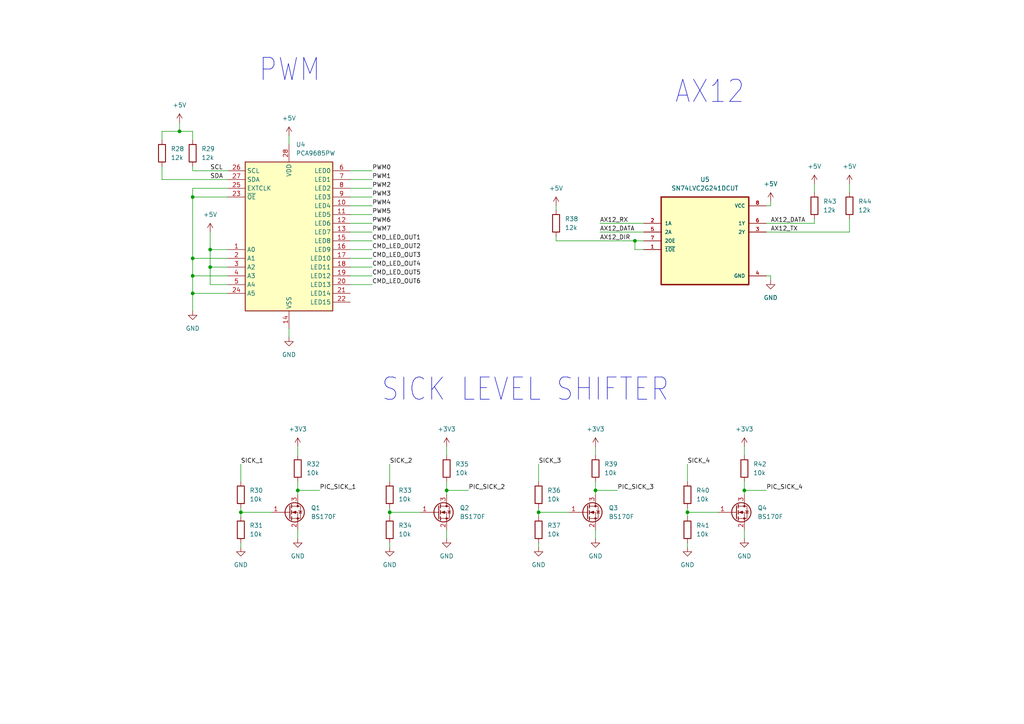
<source format=kicad_sch>
(kicad_sch (version 20211123) (generator eeschema)
  (paper "A4")
  (title_block (title "Carte Actionneur") (date "2022-03-20") (rev "V4.1") (company "AstroMonkeys"))
  (lib_symbols
    (symbol "Device:R" (pin_numbers hide) (pin_names (offset 0))
      (property "Reference" "R" (at 2.032 0 90))
      (property "Value" "R" (at 0 0 90))
      (symbol "R_0_1"
        (rectangle (start -1.016 -2.54) (end 1.016 2.54) (stroke (width 0.254)))
      )
      (symbol "R_1_1"
        (pin passive line (at 0 3.81 270) (length 1.27) (name "~") (number "1"))
        (pin passive line (at 0 -3.81 90) (length 1.27) (name "~") (number "2"))
      )
    )
    (symbol "Driver_LED:PCA9685PW"
      (property "Reference" "U" (at -12.7 22.225 0))
      (property "Value" "PCA9685PW" (at 1.27 22.225 0))
      (symbol "PCA9685PW_0_1"
        (rectangle (start -12.7 20.32) (end 12.7 -22.86) (stroke (width 0.254)) (fill (type background)))
      )
      (symbol "PCA9685PW_1_1"
        (pin input line (at -17.78 -5.08 0) (length 5.08) (name "A0") (number "1"))
        (pin output line (at 17.78 7.62 180) (length 5.08) (name "LED4") (number "10"))
        (pin output line (at 17.78 5.08 180) (length 5.08) (name "LED5") (number "11"))
        (pin output line (at 17.78 2.54 180) (length 5.08) (name "LED6") (number "12"))
        (pin output line (at 17.78 0 180) (length 5.08) (name "LED7") (number "13"))
        (pin power_in line (at 0 -27.94 90) (length 5.08) (name "VSS") (number "14"))
        (pin output line (at 17.78 -2.54 180) (length 5.08) (name "LED8") (number "15"))
        (pin output line (at 17.78 -5.08 180) (length 5.08) (name "LED9") (number "16"))
        (pin output line (at 17.78 -7.62 180) (length 5.08) (name "LED10") (number "17"))
        (pin output line (at 17.78 -10.16 180) (length 5.08) (name "LED11") (number "18"))
        (pin output line (at 17.78 -12.7 180) (length 5.08) (name "LED12") (number "19"))
        (pin input line (at -17.78 -7.62 0) (length 5.08) (name "A1") (number "2"))
        (pin output line (at 17.78 -15.24 180) (length 5.08) (name "LED13") (number "20"))
        (pin output line (at 17.78 -17.78 180) (length 5.08) (name "LED14") (number "21"))
        (pin output line (at 17.78 -20.32 180) (length 5.08) (name "LED15") (number "22"))
        (pin input line (at -17.78 10.16 0) (length 5.08) (name "~{OE}") (number "23"))
        (pin input line (at -17.78 -17.78 0) (length 5.08) (name "A5") (number "24"))
        (pin input line (at -17.78 12.7 0) (length 5.08) (name "EXTCLK") (number "25"))
        (pin input line (at -17.78 17.78 0) (length 5.08) (name "SCL") (number "26"))
        (pin bidirectional line (at -17.78 15.24 0) (length 5.08) (name "SDA") (number "27"))
        (pin power_in line (at 0 25.4 270) (length 5.08) (name "VDD") (number "28"))
        (pin input line (at -17.78 -10.16 0) (length 5.08) (name "A2") (number "3"))
        (pin input line (at -17.78 -12.7 0) (length 5.08) (name "A3") (number "4"))
        (pin input line (at -17.78 -15.24 0) (length 5.08) (name "A4") (number "5"))
        (pin output line (at 17.78 17.78 180) (length 5.08) (name "LED0") (number "6"))
        (pin output line (at 17.78 15.24 180) (length 5.08) (name "LED1") (number "7"))
        (pin output line (at 17.78 12.7 180) (length 5.08) (name "LED2") (number "8"))
        (pin output line (at 17.78 10.16 180) (length 5.08) (name "LED3") (number "9"))
      )
    )
    (symbol "SN74LVC2G241DCUT:SN74LVC2G241DCUT" (pin_names (offset 1.016))
      (property "Reference" "U" (at -12.7 13.6906 0))
      (property "Value" "SN74LVC2G241DCUT" (at -12.7 -16.6878 0))
      (symbol "SN74LVC2G241DCUT_0_0"
        (rectangle (start -12.7 -12.7) (end 12.7 12.7) (stroke (width 0.4064)) (fill (type background)))
        (pin input line (at -17.78 -2.54 0) (length 5.08) (name "~{1OE}") (number "1"))
        (pin input line (at -17.78 5.08 0) (length 5.08) (name "1A") (number "2"))
        (pin output line (at 17.78 2.54 180) (length 5.08) (name "2Y") (number "3"))
        (pin power_in line (at 17.78 -10.16 180) (length 5.08) (name "GND") (number "4"))
        (pin input line (at -17.78 2.54 0) (length 5.08) (name "2A") (number "5"))
        (pin output line (at 17.78 5.08 180) (length 5.08) (name "1Y") (number "6"))
        (pin input line (at -17.78 0 0) (length 5.08) (name "2OE") (number "7"))
        (pin power_in line (at 17.78 10.16 180) (length 5.08) (name "VCC") (number "8"))
      )
    )
    (symbol "Transistor_FET:BS170F" (pin_names hide)
      (property "Reference" "Q" (at 5.08 1.905 0))
      (property "Value" "BS170F" (at 5.08 0 0))
      (symbol "BS170F_0_1"
        (polyline (pts (xy 0.254 0) (xy -2.54 0)))
        (polyline (pts (xy 0.254 1.905) (xy 0.254 -1.905)) (stroke (width 0.254)))
        (polyline (pts (xy 0.762 -1.27) (xy 0.762 -2.286)) (stroke (width 0.254)))
        (polyline (pts (xy 0.762 0.508) (xy 0.762 -0.508)) (stroke (width 0.254)))
        (polyline (pts (xy 0.762 2.286) (xy 0.762 1.27)) (stroke (width 0.254)))
        (polyline (pts (xy 2.54 2.54) (xy 2.54 1.778)))
        (polyline (pts (xy 2.54 -2.54) (xy 2.54 0) (xy 0.762 0)))
        (polyline (pts (xy 0.762 -1.778) (xy 3.302 -1.778) (xy 3.302 1.778) (xy 0.762 1.778)))
        (polyline (pts (xy 1.016 0) (xy 2.032 0.381) (xy 2.032 -0.381) (xy 1.016 0)) (fill (type outline)))
        (polyline (pts (xy 2.794 0.508) (xy 2.921 0.381) (xy 3.683 0.381) (xy 3.81 0.254)))
        (polyline (pts (xy 3.302 0.381) (xy 2.921 -0.254) (xy 3.683 -0.254) (xy 3.302 0.381)))
        (circle (center 1.651 0) (radius 2.794) (stroke (width 0.254)))
        (circle (center 2.54 -1.778) (radius 0.254) (fill (type outline)))
        (circle (center 2.54 1.778) (radius 0.254) (fill (type outline)))
      )
      (symbol "BS170F_1_1"
        (pin input line (at -5.08 0 0) (length 2.54) (name "G") (number "1"))
        (pin passive line (at 2.54 -5.08 90) (length 2.54) (name "S") (number "2"))
        (pin passive line (at 2.54 5.08 270) (length 2.54) (name "D") (number "3"))
      )
    )
    (symbol "power:+3.3V" (power) (pin_names (offset 0))
      (property "Value" "+3.3V" (at 0 3.556 0))
      (symbol "+3.3V_0_1"
        (polyline (pts (xy -0.762 1.27) (xy 0 2.54)))
        (polyline (pts (xy 0 0) (xy 0 2.54)))
        (polyline (pts (xy 0 2.54) (xy 0.762 1.27)))
      )
      (symbol "+3.3V_1_1"
        (pin power_in line (at 0 0 90) (length 0) hide (name "+3V3") (number "1"))
      )
    )
    (symbol "power:+5V" (power) (pin_names (offset 0))
      (property "Value" "+5V" (at 0 3.556 0))
      (symbol "+5V_0_1"
        (polyline (pts (xy -0.762 1.27) (xy 0 2.54)))
        (polyline (pts (xy 0 0) (xy 0 2.54)))
        (polyline (pts (xy 0 2.54) (xy 0.762 1.27)))
      )
      (symbol "+5V_1_1"
        (pin power_in line (at 0 0 90) (length 0) hide (name "+5V") (number "1"))
      )
    )
    (symbol "power:GND" (power) (pin_names (offset 0))
      (property "Value" "GND" (at 0 -3.81 0))
      (symbol "GND_0_1"
        (polyline (pts (xy 0 0) (xy 0 -1.27) (xy 1.27 -1.27) (xy 0 -2.54) (xy -1.27 -1.27) (xy 0 -1.27)))
      )
      (symbol "GND_1_1"
        (pin power_in line (at 0 0 270) (length 0) hide (name "GND") (number "1"))
      )
    )
  )
  (junction (at 215.9 142.24))
  (junction (at 55.88 80.01))
  (junction (at 129.54 142.24))
  (junction (at 60.96 77.47))
  (junction (at 52.07 38.1))
  (junction (at 86.36 142.24))
  (junction (at 55.88 85.09))
  (junction (at 60.96 72.39))
  (junction (at 184.15 69.85))
  (junction (at 55.88 57.15))
  (junction (at 55.88 74.93))
  (junction (at 113.03 148.59))
  (junction (at 69.85 148.59))
  (junction (at 172.72 142.24))
  (junction (at 199.39 148.59))
  (junction (at 156.21 148.59))
  (wire (pts (xy 246.38 67.31) (xy 246.38 63.5)))
  (wire (pts (xy 172.72 139.7) (xy 172.72 142.24)))
  (wire (pts (xy 101.6 59.69) (xy 107.95 59.69)))
  (wire (pts (xy 156.21 134.62) (xy 156.21 139.7)))
  (wire (pts (xy 86.36 142.24) (xy 92.71 142.24)))
  (wire (pts (xy 101.6 67.31) (xy 107.95 67.31)))
  (wire (pts (xy 69.85 148.59) (xy 69.85 149.86)))
  (wire (pts (xy 113.03 134.62) (xy 113.03 139.7)))
  (wire (pts (xy 69.85 134.62) (xy 69.85 139.7)))
  (wire (pts (xy 173.99 67.31) (xy 186.69 67.31)))
  (wire (pts (xy 156.21 147.32) (xy 156.21 148.59)))
  (wire (pts (xy 165.1 148.59) (xy 156.21 148.59)))
  (wire (pts (xy 215.9 142.24) (xy 215.9 143.51)))
  (wire (pts (xy 86.36 129.54) (xy 86.36 132.08)))
  (wire (pts (xy 215.9 153.67) (xy 215.9 156.21)))
  (wire (pts (xy 83.82 95.25) (xy 83.82 97.79)))
  (wire (pts (xy 129.54 139.7) (xy 129.54 142.24)))
  (wire (pts (xy 199.39 157.48) (xy 199.39 158.75)))
  (wire (pts (xy 101.6 77.47) (xy 107.95 77.47)))
  (wire (pts (xy 161.29 69.85) (xy 161.29 68.58)))
  (wire (pts (xy 184.15 69.85) (xy 161.29 69.85)))
  (wire (pts (xy 101.6 82.55) (xy 107.95 82.55)))
  (wire (pts (xy 129.54 142.24) (xy 135.89 142.24)))
  (wire (pts (xy 199.39 148.59) (xy 199.39 149.86)))
  (wire (pts (xy 222.25 80.01) (xy 223.52 80.01)))
  (wire (pts (xy 129.54 153.67) (xy 129.54 156.21)))
  (wire (pts (xy 156.21 148.59) (xy 156.21 149.86)))
  (wire (pts (xy 236.22 64.77) (xy 236.22 63.5)))
  (wire (pts (xy 101.6 69.85) (xy 107.95 69.85)))
  (wire (pts (xy 101.6 62.23) (xy 107.95 62.23)))
  (wire (pts (xy 215.9 142.24) (xy 222.25 142.24)))
  (wire (pts (xy 86.36 142.24) (xy 86.36 143.51)))
  (wire (pts (xy 246.38 53.34) (xy 246.38 55.88)))
  (wire (pts (xy 199.39 134.62) (xy 199.39 139.7)))
  (wire (pts (xy 52.07 38.1) (xy 46.99 38.1)))
  (wire (pts (xy 55.88 38.1) (xy 52.07 38.1)))
  (wire (pts (xy 55.88 57.15) (xy 66.04 57.15)))
  (wire (pts (xy 161.29 59.69) (xy 161.29 60.96)))
  (wire (pts (xy 55.88 54.61) (xy 55.88 57.15)))
  (wire (pts (xy 55.88 80.01) (xy 66.04 80.01)))
  (wire (pts (xy 52.07 35.56) (xy 52.07 38.1)))
  (wire (pts (xy 69.85 147.32) (xy 69.85 148.59)))
  (wire (pts (xy 113.03 148.59) (xy 113.03 149.86)))
  (wire (pts (xy 55.88 74.93) (xy 55.88 57.15)))
  (wire (pts (xy 172.72 153.67) (xy 172.72 156.21)))
  (wire (pts (xy 55.88 85.09) (xy 66.04 85.09)))
  (wire (pts (xy 60.96 72.39) (xy 60.96 77.47)))
  (wire (pts (xy 86.36 153.67) (xy 86.36 156.21)))
  (wire (pts (xy 101.6 80.01) (xy 107.95 80.01)))
  (wire (pts (xy 55.88 85.09) (xy 55.88 80.01)))
  (wire (pts (xy 55.88 49.53) (xy 55.88 48.26)))
  (wire (pts (xy 173.99 64.77) (xy 186.69 64.77)))
  (wire (pts (xy 83.82 39.37) (xy 83.82 41.91)))
  (wire (pts (xy 86.36 139.7) (xy 86.36 142.24)))
  (wire (pts (xy 222.25 59.69) (xy 223.52 59.69)))
  (wire (pts (xy 66.04 54.61) (xy 55.88 54.61)))
  (wire (pts (xy 55.88 80.01) (xy 55.88 74.93)))
  (wire (pts (xy 236.22 53.34) (xy 236.22 55.88)))
  (wire (pts (xy 215.9 129.54) (xy 215.9 132.08)))
  (wire (pts (xy 66.04 49.53) (xy 55.88 49.53)))
  (wire (pts (xy 78.74 148.59) (xy 69.85 148.59)))
  (wire (pts (xy 172.72 142.24) (xy 179.07 142.24)))
  (wire (pts (xy 55.88 74.93) (xy 66.04 74.93)))
  (wire (pts (xy 223.52 80.01) (xy 223.52 81.28)))
  (wire (pts (xy 223.52 59.69) (xy 223.52 58.42)))
  (wire (pts (xy 101.6 52.07) (xy 107.95 52.07)))
  (wire (pts (xy 184.15 72.39) (xy 184.15 69.85)))
  (wire (pts (xy 101.6 57.15) (xy 107.95 57.15)))
  (wire (pts (xy 101.6 64.77) (xy 107.95 64.77)))
  (wire (pts (xy 172.72 129.54) (xy 172.72 132.08)))
  (wire (pts (xy 101.6 74.93) (xy 107.95 74.93)))
  (wire (pts (xy 222.25 64.77) (xy 236.22 64.77)))
  (wire (pts (xy 60.96 77.47) (xy 66.04 77.47)))
  (wire (pts (xy 69.85 157.48) (xy 69.85 158.75)))
  (wire (pts (xy 55.88 90.17) (xy 55.88 85.09)))
  (wire (pts (xy 60.96 77.47) (xy 60.96 82.55)))
  (wire (pts (xy 113.03 147.32) (xy 113.03 148.59)))
  (wire (pts (xy 55.88 40.64) (xy 55.88 38.1)))
  (wire (pts (xy 113.03 157.48) (xy 113.03 158.75)))
  (wire (pts (xy 172.72 142.24) (xy 172.72 143.51)))
  (wire (pts (xy 129.54 142.24) (xy 129.54 143.51)))
  (wire (pts (xy 186.69 72.39) (xy 184.15 72.39)))
  (wire (pts (xy 208.28 148.59) (xy 199.39 148.59)))
  (wire (pts (xy 60.96 67.31) (xy 60.96 72.39)))
  (wire (pts (xy 222.25 67.31) (xy 246.38 67.31)))
  (wire (pts (xy 129.54 129.54) (xy 129.54 132.08)))
  (wire (pts (xy 101.6 54.61) (xy 107.95 54.61)))
  (wire (pts (xy 186.69 69.85) (xy 184.15 69.85)))
  (wire (pts (xy 215.9 139.7) (xy 215.9 142.24)))
  (wire (pts (xy 66.04 82.55) (xy 60.96 82.55)))
  (wire (pts (xy 66.04 52.07) (xy 46.99 52.07)))
  (wire (pts (xy 46.99 52.07) (xy 46.99 48.26)))
  (wire (pts (xy 101.6 72.39) (xy 107.95 72.39)))
  (wire (pts (xy 199.39 147.32) (xy 199.39 148.59)))
  (wire (pts (xy 156.21 157.48) (xy 156.21 158.75)))
  (wire (pts (xy 121.92 148.59) (xy 113.03 148.59)))
  (wire (pts (xy 66.04 72.39) (xy 60.96 72.39)))
  (wire (pts (xy 46.99 38.1) (xy 46.99 40.64)))
  (wire (pts (xy 101.6 49.53) (xy 107.95 49.53)))
  (text "AX12" (at 195.58 30.48 180) (effects (font (size 6.4516 5.4838)) (justify left bottom)))
  (text "SICK LEVEL SHIFTER" (at 110.49 116.84 180) (effects (font (size 6.4516 5.4838)) (justify left bottom)))
  (text "PWM" (at 74.93 24.13 180) (effects (font (size 6.4516 5.4838)) (justify left bottom)))
  (label "AX12_RX" (at 173.99 64.77 0) (effects (font (size 1.2446 1.2446))))
  (label "CMD_LED_OUT6" (at 107.95 82.55 0) (effects (font (size 1.2446 1.2446))))
  (label "PWM6" (at 107.95 64.77 0) (effects (font (size 1.2446 1.2446))))
  (label "PIC_SICK_2" (at 135.89 142.24 0) (effects (font (size 1.2446 1.2446))))
  (label "CMD_LED_OUT5" (at 107.95 80.01 0) (effects (font (size 1.2446 1.2446))))
  (label "PIC_SICK_3" (at 179.07 142.24 0) (effects (font (size 1.2446 1.2446))))
  (label "AX12_DATA" (at 223.52 64.77 0) (effects (font (size 1.2446 1.2446))))
  (label "PIC_SICK_1" (at 92.71 142.24 0) (effects (font (size 1.2446 1.2446))))
  (label "PWM5" (at 107.95 62.23 0) (effects (font (size 1.2446 1.2446))))
  (label "CMD_LED_OUT2" (at 107.95 72.39 0) (effects (font (size 1.2446 1.2446))))
  (label "SCL" (at 60.96 49.53 0))
  (label "PWM2" (at 107.95 54.61 0) (effects (font (size 1.2446 1.2446))))
  (label "SICK_3" (at 156.21 134.62 0) (effects (font (size 1.2446 1.2446))))
  (label "PIC_SICK_4" (at 222.25 142.24 0) (effects (font (size 1.2446 1.2446))))
  (label "SDA" (at 60.96 52.07 0))
  (label "SICK_4" (at 199.39 134.62 0) (effects (font (size 1.2446 1.2446))))
  (label "PWM3" (at 107.95 57.15 0) (effects (font (size 1.2446 1.2446))))
  (label "AX12_DATA" (at 173.99 67.31 0) (effects (font (size 1.2446 1.2446))))
  (label "PWM4" (at 107.95 59.69 0) (effects (font (size 1.2446 1.2446))))
  (label "CMD_LED_OUT4" (at 107.95 77.47 0) (effects (font (size 1.2446 1.2446))))
  (label "PWM1" (at 107.95 52.07 0) (effects (font (size 1.2446 1.2446))))
  (label "PWM7" (at 107.95 67.31 0) (effects (font (size 1.2446 1.2446))))
  (label "SICK_2" (at 113.03 134.62 0) (effects (font (size 1.2446 1.2446))))
  (label "CMD_LED_OUT1" (at 107.95 69.85 0) (effects (font (size 1.2446 1.2446))))
  (label "CMD_LED_OUT3" (at 107.95 74.93 0) (effects (font (size 1.2446 1.2446))))
  (label "PWM0" (at 107.95 49.53 0) (effects (font (size 1.2446 1.2446))))
  (label "AX12_TX" (at 223.52 67.31 0) (effects (font (size 1.2446 1.2446))))
  (label "AX12_DIR" (at 173.99 69.85 0) (effects (font (size 1.2446 1.2446))))
  (label "SICK_1" (at 69.85 134.62 0) (effects (font (size 1.2446 1.2446))))
  (symbol (lib_id "power:+3.3V") (at 86.36 129.54 0) (unit 1)
    (property "Reference" "#PWR0136" (effects hide))
    (property "Value" "+3.3V" (at 86.36 124.46 0))
  )
  (symbol (lib_id "power:+5V") (at 236.22 53.34 0) (unit 1)
    (property "Reference" "#PWR0148" (effects hide))
    (property "Value" "+5V" (at 236.22 48.26 0))
  )
  (symbol (lib_id "Transistor_FET:BS170F") (at 83.82 148.59 0) (unit 1)
    (property "Reference" "Q1" (at 90.17 147.3199 0) (effects (justify left)))
    (property "Value" "BS170F" (at 90.17 149.8599 0) (effects (justify left)))
    (property "Footprint" "Package_TO_SOT_SMD:SOT-23" (effects hide))
    (property "Datasheet" "http://www.diodes.com/assets/Datasheets/BS170F.pdf" (effects hide))
  )
  (symbol (lib_id "power:+3.3V") (at 172.72 129.54 0) (unit 1)
    (property "Reference" "#PWR0155" (effects hide))
    (property "Value" "+3.3V" (at 172.72 124.46 0))
  )
  (symbol (lib_id "power:+5V") (at 60.96 67.31 0) (unit 1)
    (property "Reference" "#PWR0144" (effects hide))
    (property "Value" "+5V" (at 60.96 62.23 0))
  )
  (symbol (lib_id "power:GND") (at 215.9 156.21 0) (unit 1)
    (property "Reference" "#PWR0141" (effects hide))
    (property "Value" "GND" (at 215.9 161.29 0))
  )
  (symbol (lib_id "Transistor_FET:BS170F") (at 213.36 148.59 0) (unit 1)
    (property "Reference" "Q4" (at 219.71 147.3199 0) (effects (justify left)))
    (property "Value" "BS170F" (at 219.71 149.8599 0) (effects (justify left)))
    (property "Footprint" "Package_TO_SOT_SMD:SOT-23" (effects hide))
    (property "Datasheet" "http://www.diodes.com/assets/Datasheets/BS170F.pdf" (effects hide))
  )
  (symbol (lib_id "SN74LVC2G241DCUT:SN74LVC2G241DCUT") (at 204.47 69.85 0) (unit 1)
    (property "Reference" "U5" (at 204.47 52.07 0))
    (property "Value" "SN74LVC2G241DCUT" (at 204.47 54.61 0))
    (property "Footprint" "SOP50P310X90-8N" (effects hide))
  )
  (symbol (lib_id "Device:R") (at 156.21 153.67 0) (unit 1)
    (property "Reference" "R37" (at 158.75 152.3999 0) (effects (justify left)))
    (property "Value" "10k" (at 158.75 154.9399 0) (effects (justify left)))
    (property "Footprint" "Resistor_SMD:R_0805_2012Metric" (effects hide))
  )
  (symbol (lib_id "power:+3.3V") (at 129.54 129.54 0) (unit 1)
    (property "Reference" "#PWR0156" (effects hide))
    (property "Value" "+3.3V" (at 129.54 124.46 0))
  )
  (symbol (lib_id "Device:R") (at 69.85 143.51 0) (unit 1)
    (property "Reference" "R30" (at 72.39 142.2399 0) (effects (justify left)))
    (property "Value" "10k" (at 72.39 144.7799 0) (effects (justify left)))
    (property "Footprint" "Resistor_SMD:R_0805_2012Metric" (effects hide))
  )
  (symbol (lib_id "Device:R") (at 156.21 143.51 0) (unit 1)
    (property "Reference" "R36" (at 158.75 142.2399 0) (effects (justify left)))
    (property "Value" "10k" (at 158.75 144.7799 0) (effects (justify left)))
    (property "Footprint" "Resistor_SMD:R_0805_2012Metric" (effects hide))
  )
  (symbol (lib_id "Device:R") (at 69.85 153.67 0) (unit 1)
    (property "Reference" "R31" (at 72.39 152.3999 0) (effects (justify left)))
    (property "Value" "10k" (at 72.39 154.9399 0) (effects (justify left)))
    (property "Footprint" "Resistor_SMD:R_0805_2012Metric" (effects hide))
  )
  (symbol (lib_id "power:GND") (at 223.52 81.28 0) (unit 1)
    (property "Reference" "#PWR0140" (effects hide))
    (property "Value" "GND" (at 223.52 86.36 0))
  )
  (symbol (lib_id "Device:R") (at 86.36 135.89 0) (unit 1)
    (property "Reference" "R32" (at 88.9 134.6199 0) (effects (justify left)))
    (property "Value" "10k" (at 88.9 137.1599 0) (effects (justify left)))
    (property "Footprint" "Resistor_SMD:R_0805_2012Metric" (effects hide))
  )
  (symbol (lib_id "power:GND") (at 55.88 90.17 0) (unit 1)
    (property "Reference" "#PWR0145" (effects hide))
    (property "Value" "GND" (at 55.88 95.25 0))
  )
  (symbol (lib_id "Transistor_FET:BS170F") (at 170.18 148.59 0) (unit 1)
    (property "Reference" "Q3" (at 176.53 147.3199 0) (effects (justify left)))
    (property "Value" "BS170F" (at 176.53 149.8599 0) (effects (justify left)))
    (property "Footprint" "Package_TO_SOT_SMD:SOT-23" (effects hide))
    (property "Datasheet" "http://www.diodes.com/assets/Datasheets/BS170F.pdf" (effects hide))
  )
  (symbol (lib_id "power:+5V") (at 83.82 39.37 0) (unit 1)
    (property "Reference" "#PWR0150" (effects hide))
    (property "Value" "+5V" (at 83.82 34.29 0))
  )
  (symbol (lib_id "power:+5V") (at 161.29 59.69 0) (unit 1)
    (property "Reference" "#PWR0146" (effects hide))
    (property "Value" "+5V" (at 161.29 54.61 0))
  )
  (symbol (lib_id "Device:R") (at 246.38 59.69 0) (unit 1)
    (property "Reference" "R44" (at 248.92 58.4199 0) (effects (justify left)))
    (property "Value" "12k" (at 248.92 60.9599 0) (effects (justify left)))
    (property "Footprint" "Resistor_SMD:R_0805_2012Metric" (effects hide))
  )
  (symbol (lib_id "power:GND") (at 199.39 158.75 0) (unit 1)
    (property "Reference" "#PWR0142" (effects hide))
    (property "Value" "GND" (at 199.39 163.83 0))
  )
  (symbol (lib_id "power:+5V") (at 52.07 35.56 0) (unit 1)
    (property "Reference" "#PWR0151" (effects hide))
    (property "Value" "+5V" (at 52.07 30.48 0))
  )
  (symbol (lib_id "power:GND") (at 69.85 158.75 0) (unit 1)
    (property "Reference" "#PWR0137" (effects hide))
    (property "Value" "GND" (at 69.85 163.83 0))
  )
  (symbol (lib_id "Device:R") (at 215.9 135.89 0) (unit 1)
    (property "Reference" "R42" (at 218.44 134.6199 0) (effects (justify left)))
    (property "Value" "10k" (at 218.44 137.1599 0) (effects (justify left)))
    (property "Footprint" "Resistor_SMD:R_0805_2012Metric" (effects hide))
  )
  (symbol (lib_id "power:GND") (at 156.21 158.75 0) (unit 1)
    (property "Reference" "#PWR0153" (effects hide))
    (property "Value" "GND" (at 156.21 163.83 0))
  )
  (symbol (lib_id "Device:R") (at 161.29 64.77 0) (unit 1)
    (property "Reference" "R38" (at 163.83 63.4999 0) (effects (justify left)))
    (property "Value" "12k" (at 163.83 66.0399 0) (effects (justify left)))
    (property "Footprint" "Resistor_SMD:R_0805_2012Metric" (effects hide))
  )
  (symbol (lib_id "Device:R") (at 129.54 135.89 0) (unit 1)
    (property "Reference" "R35" (at 132.08 134.6199 0) (effects (justify left)))
    (property "Value" "10k" (at 132.08 137.1599 0) (effects (justify left)))
    (property "Footprint" "Resistor_SMD:R_0805_2012Metric" (effects hide))
  )
  (symbol (lib_id "Device:R") (at 236.22 59.69 0) (unit 1)
    (property "Reference" "R43" (at 238.76 58.4199 0) (effects (justify left)))
    (property "Value" "12k" (at 238.76 60.9599 0) (effects (justify left)))
    (property "Footprint" "Resistor_SMD:R_0805_2012Metric" (effects hide))
  )
  (symbol (lib_id "power:GND") (at 83.82 97.79 0) (unit 1)
    (property "Reference" "#PWR0135" (effects hide))
    (property "Value" "GND" (at 83.82 102.87 0))
  )
  (symbol (lib_id "Device:R") (at 113.03 143.51 0) (unit 1)
    (property "Reference" "R33" (at 115.57 142.2399 0) (effects (justify left)))
    (property "Value" "10k" (at 115.57 144.7799 0) (effects (justify left)))
    (property "Footprint" "Resistor_SMD:R_0805_2012Metric" (effects hide))
  )
  (symbol (lib_id "power:+5V") (at 246.38 53.34 0) (unit 1)
    (property "Reference" "#PWR0149" (effects hide))
    (property "Value" "+5V" (at 246.38 48.26 0))
  )
  (symbol (lib_id "power:GND") (at 172.72 156.21 0) (unit 1)
    (property "Reference" "#PWR0154" (effects hide))
    (property "Value" "GND" (at 172.72 161.29 0))
  )
  (symbol (lib_id "Device:R") (at 113.03 153.67 0) (unit 1)
    (property "Reference" "R34" (at 115.57 152.3999 0) (effects (justify left)))
    (property "Value" "10k" (at 115.57 154.9399 0) (effects (justify left)))
    (property "Footprint" "Resistor_SMD:R_0805_2012Metric" (effects hide))
  )
  (symbol (lib_id "Device:R") (at 55.88 44.45 0) (unit 1)
    (property "Reference" "R29" (at 58.42 43.1799 0) (effects (justify left)))
    (property "Value" "12k" (at 58.42 45.7199 0) (effects (justify left)))
    (property "Footprint" "Resistor_SMD:R_0805_2012Metric" (effects hide))
  )
  (symbol (lib_id "power:+5V") (at 223.52 58.42 0) (unit 1)
    (property "Reference" "#PWR0147" (effects hide))
    (property "Value" "+5V" (at 223.52 53.34 0))
  )
  (symbol (lib_id "power:GND") (at 113.03 158.75 0) (unit 1)
    (property "Reference" "#PWR0139" (effects hide))
    (property "Value" "GND" (at 113.03 163.83 0))
  )
  (symbol (lib_id "power:+3.3V") (at 215.9 129.54 0) (unit 1)
    (property "Reference" "#PWR0143" (effects hide))
    (property "Value" "+3.3V" (at 215.9 124.46 0))
  )
  (symbol (lib_id "Transistor_FET:BS170F") (at 127 148.59 0) (unit 1)
    (property "Reference" "Q2" (at 133.35 147.3199 0) (effects (justify left)))
    (property "Value" "BS170F" (at 133.35 149.8599 0) (effects (justify left)))
    (property "Footprint" "Package_TO_SOT_SMD:SOT-23" (effects hide))
    (property "Datasheet" "http://www.diodes.com/assets/Datasheets/BS170F.pdf" (effects hide))
  )
  (symbol (lib_id "Device:R") (at 199.39 143.51 0) (unit 1)
    (property "Reference" "R40" (at 201.93 142.2399 0) (effects (justify left)))
    (property "Value" "10k" (at 201.93 144.7799 0) (effects (justify left)))
    (property "Footprint" "Resistor_SMD:R_0805_2012Metric" (effects hide))
  )
  (symbol (lib_id "Device:R") (at 199.39 153.67 0) (unit 1)
    (property "Reference" "R41" (at 201.93 152.3999 0) (effects (justify left)))
    (property "Value" "10k" (at 201.93 154.9399 0) (effects (justify left)))
    (property "Footprint" "Resistor_SMD:R_0805_2012Metric" (effects hide))
  )
  (symbol (lib_id "power:GND") (at 129.54 156.21 0) (unit 1)
    (property "Reference" "#PWR0152" (effects hide))
    (property "Value" "GND" (at 129.54 161.29 0))
  )
  (symbol (lib_id "Device:R") (at 46.99 44.45 0) (unit 1)
    (property "Reference" "R28" (at 49.53 43.1799 0) (effects (justify left)))
    (property "Value" "12k" (at 49.53 45.7199 0) (effects (justify left)))
    (property "Footprint" "Resistor_SMD:R_0805_2012Metric" (effects hide))
  )
  (symbol (lib_id "Device:R") (at 172.72 135.89 0) (unit 1)
    (property "Reference" "R39" (at 175.26 134.6199 0) (effects (justify left)))
    (property "Value" "10k" (at 175.26 137.1599 0) (effects (justify left)))
    (property "Footprint" "Resistor_SMD:R_0805_2012Metric" (effects hide))
  )
  (symbol (lib_id "power:GND") (at 86.36 156.21 0) (unit 1)
    (property "Reference" "#PWR0138" (effects hide))
    (property "Value" "GND" (at 86.36 161.29 0))
  )
  (symbol (lib_id "Driver_LED:PCA9685PW") (at 83.82 67.31 0) (unit 1)
    (property "Reference" "U4" (at 85.8394 41.91 0) (effects (justify left)))
    (property "Value" "PCA9685PW" (at 85.8394 44.45 0) (effects (justify left)))
    (property "Footprint" "Package_SO:TSSOP-28_4.4x9.7mm_P0.65mm" (effects hide))
    (property "Datasheet" "http://www.nxp.com/documents/data_sheet/PCA9685.pdf" (effects hide))
  )
)
</source>
